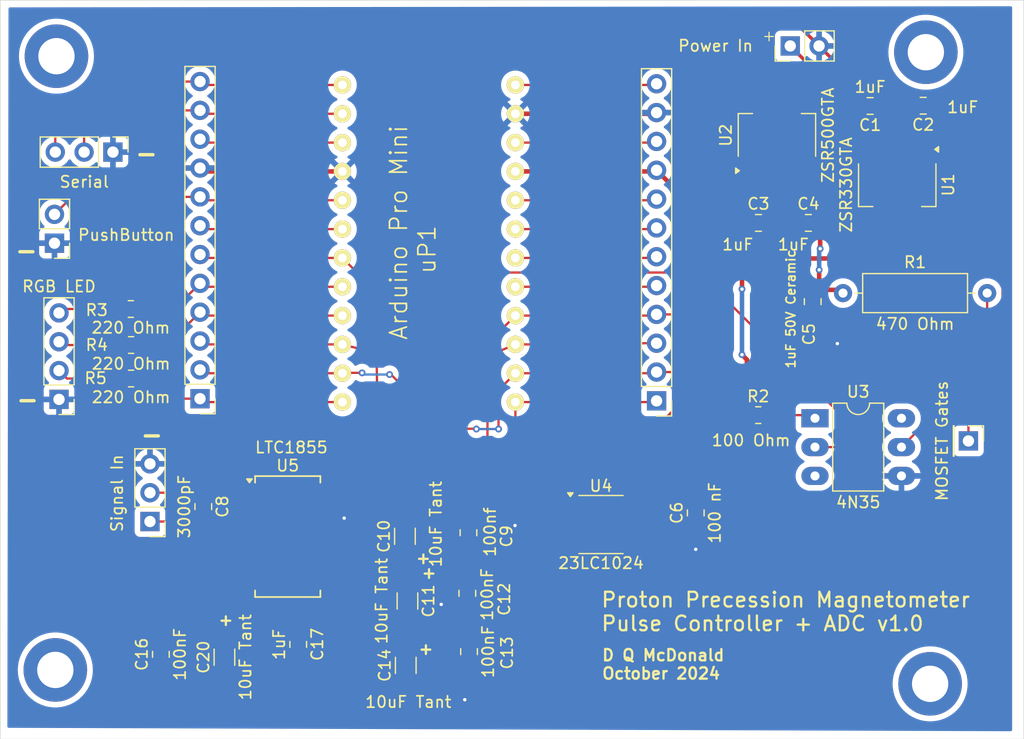
<source format=kicad_pcb>
(kicad_pcb (version 20240108) (generator "pcbnew") (generator_version "8.0")
  (title_block (title "PPM Pulse Controller") (date "2024-10-11") (rev "1.0") (company "D. Q. McDonald"))
  (layers (0 "F.Cu" signal) (31 "B.Cu" signal) (34 "B.Paste" user) (35 "F.Paste" user) (36 "B.SilkS" user "B.Silkscreen") (37 "F.SilkS" user "F.Silkscreen") (38 "B.Mask" user) (39 "F.Mask" user) (44 "Edge.Cuts" user))
  (net 0 "")
  (net 1 "+12V")
  (net 2 "+3.3V")
  (net 3 "+5V")
  (net 4 "SerialRX")
  (net 5 "SerialTX")
  (net 6 "Net-(J2-Pin_3)")
  (net 7 "Net-(J2-Pin_4)")
  (net 8 "Net-(J2-Pin_2)")
  (net 9 "D8")
  (net 10 "D9")
  (net 11 "D6")
  (net 12 "D3")
  (net 13 "D2")
  (net 14 "RESET2")
  (net 15 "D7")
  (net 16 "D5")
  (net 17 "D4")
  (net 18 "MISO")
  (net 19 "D13")
  (net 20 "D10")
  (net 21 "A3")
  (net 22 "A2")
  (net 23 "MOSI")
  (net 24 "RESET")
  (net 25 "A0")
  (net 26 "A1")
  (net 27 "RAW")
  (net 28 "Net-(J5-Pin_1)")
  (net 29 "Net-(R2-Pad2)")
  (net 32 "AGND")
  (net 33 "Net-(J6-Pin_2)")
  (net 34 "Net-(J6-Pin_1)")
  (net 35 "Net-(U5-REFCOMP)")
  (net 36 "Net-(U5-V_{ref})")
  (net 37 "Net-(U5-ADC^{+})")
  (net 38 "Net-(U5-ADC^{-})")
  (footprint "Package_SO:SSOP-28_5.3x10.2mm_P0.65mm" (layer "F.Cu") (at 142.975 99.7)
    (property "Reference" "U5")
    (property "Value" "LTC1855")
  )
  (footprint "Package_DIP:DIP-6_W7.62mm_LongPads" (layer "F.Cu") (at 189.43 89.27625)
    (property "Reference" "U3")
    (property "Value" "4N35")
  )
  (footprint "Connector_PinHeader_2.54mm:PinHeader_1x01_P2.54mm_Vertical" (layer "F.Cu") (at 202.95 91.275 -90)
    (property "Reference" "J5" (hide yes))
    (property "Value" "MOSFET Gates")
  )
  (footprint "Connector_PinHeader_2.54mm:PinHeader_1x02_P2.54mm_Vertical" (layer "F.Cu") (at 122.425 73.85 180)
    (property "Reference" "P2" (hide yes))
    (property "Value" "PushButton")
  )
  (footprint "Capacitor_SMD:C_1206_3216Metric_Pad1.33x1.80mm_HandSolder" (layer "F.Cu") (at 137.4 110.325 90)
    (property "Reference" "C20")
    (property "Value" "10uF Tant")
  )
  (footprint "Connector_PinHeader_2.54mm:PinHeader_1x12_P2.54mm_Vertical" (layer "F.Cu") (at 175.4731 87.7456 180)
    (property "Reference" "J4" (hide yes))
    (property "Value" "Arduino Out 2" (hide yes))
  )
  (footprint "Package_TO_SOT_SMD:SOT-223" (layer "F.Cu") (at 186.0775 64.33875 90)
    (property "Reference" "U2")
    (property "Value" "ZSR500GTA")
  )
  (footprint "Capacitor_SMD:C_0805_2012Metric_Pad1.18x1.45mm_HandSolder" (layer "F.Cu") (at 184.45 72.06375)
    (property "Reference" "C3")
    (property "Value" "1uF")
  )
  (footprint "Package_SO:SOIC-8_3.9x4.9mm_P1.27mm" (layer "F.Cu") (at 170.575 98.64)
    (property "Reference" "U4")
    (property "Value" "23LC1024")
  )
  (footprint "Connector_PinHeader_2.54mm:PinHeader_1x12_P2.54mm_Vertical" (layer "F.Cu") (at 135.2481 87.5506 180)
    (property "Reference" "J3" (hide yes))
    (property "Value" "Arduino Out 1" (hide yes))
  )
  (footprint "Connector_PinHeader_2.54mm:PinHeader_1x03_P2.54mm_Vertical" (layer "F.Cu") (at 127.575 65.825 -90)
    (property "Reference" "J1" (hide yes))
    (property "Value" "Serial")
  )
  (footprint "Resistor_SMD:R_0805_2012Metric_Pad1.20x1.40mm_HandSolder" (layer "F.Cu") (at 184.43 89.00125)
    (property "Reference" "R2")
    (property "Value" "100 Ohm")
  )
  (footprint "Capacitor_SMD:C_0805_2012Metric_Pad1.18x1.45mm_HandSolder" (layer "F.Cu") (at 188.85 72.06375)
    (property "Reference" "C4")
    (property "Value" "1uF")
  )
  (footprint "Resistor_THT:R_Axial_DIN0309_L9.0mm_D3.2mm_P12.70mm_Horizontal" (layer "F.Cu") (at 191.9 78.25)
    (property "Reference" "R1")
    (property "Value" "470 Ohm")
  )
  (footprint "Capacitor_SMD:C_0805_2012Metric_Pad1.18x1.45mm_HandSolder" (layer "F.Cu") (at 178.925 97.6125 90)
    (property "Reference" "C6")
    (property "Value" "100 nF")
  )
  (footprint "MountingHole:MountingHole_3.2mm_M3_DIN965_Pad" (layer "F.Cu") (at 122.6 57.375)
    (property "Reference" "1" (hide yes))
    (property "Value" "1" (hide yes))
  )
  (footprint "Capacitor_SMD:C_0805_2012Metric_Pad1.18x1.45mm_HandSolder" (layer "F.Cu") (at 135.53875 97.06 -90)
    (property "Reference" "C8")
    (property "Value" "3000pF")
  )
  (footprint "MountingHole:MountingHole_3.2mm_M3_DIN965_Pad" (layer "F.Cu") (at 199.575 112.675)
    (property "Reference" "3" (hide yes))
    (property "Value" "3" (hide yes))
  )
  (footprint "Capacitor_SMD:C_0805_2012Metric_Pad1.18x1.45mm_HandSolder" (layer "F.Cu") (at 194.2875 61.76375 180)
    (property "Reference" "C1")
    (property "Value" "1uF")
  )
  (footprint "DQM_kicad_new:ArduProMini" (layer "F.Cu") (at 145.255 53.56)
    (property "Reference" "uP1")
    (property "Value" "Arduino Pro Mini")
  )
  (footprint "Connector_PinHeader_2.54mm:PinHeader_1x03_P2.54mm_Vertical" (layer "F.Cu") (at 130.83875 98.375 180)
    (property "Reference" "J6" (hide yes))
    (property "Value" "Signal In")
  )
  (footprint "Capacitor_SMD:C_1206_3216Metric_Pad1.33x1.80mm_HandSolder" (layer "F.Cu") (at 153.375 111.05 90)
    (property "Reference" "C14")
    (property "Value" "10uF Tant")
  )
  (footprint "Resistor_SMD:R_0805_2012Metric_Pad1.20x1.40mm_HandSolder" (layer "F.Cu") (at 129.175 85.775)
    (property "Reference" "R5")
    (property "Value" "220 Ohm")
  )
  (footprint "MountingHole:MountingHole_3.2mm_M3_DIN965_Pad" (layer "F.Cu") (at 199.2 57.025)
    (property "Reference" "REF**" (hide yes))
    (property "Value" "MountingHole_3.2mm_M3_DIN965_Pad" (hide yes))
  )
  (footprint "MountingHole:MountingHole_3.2mm_M3_DIN965_Pad" (layer "F.Cu") (at 122.5 111.45)
    (property "Reference" "2" (hide yes))
    (property "Value" "1" (hide yes))
  )
  (footprint "Capacitor_SMD:C_0805_2012Metric_Pad1.18x1.45mm_HandSolder" (layer "F.Cu") (at 158.95 109.8375 90)
    (property "Reference" "C13")
    (property "Value" "100nF")
  )
  (footprint "Capacitor_SMD:C_1206_3216Metric_Pad1.33x1.80mm_HandSolder" (layer "F.Cu") (at 153.3 99.675 90)
    (property "Reference" "C10")
    (property "Value" "10uF Tant")
  )
  (footprint "Connector_PinHeader_2.54mm:PinHeader_1x02_P2.54mm_Vertical" (layer "F.Cu") (at 187.25 56.475 90)
    (property "Reference" "P1" (hide yes))
    (property "Value" "Power In")
  )
  (footprint "Capacitor_SMD:C_0805_2012Metric_Pad1.18x1.45mm_HandSolder" (layer "F.Cu") (at 158.8 104.7 -90)
    (property "Reference" "C12")
    (property "Value" "100nF")
  )
  (footprint "Capacitor_SMD:C_0805_2012Metric_Pad1.18x1.45mm_HandSolder" (layer "F.Cu") (at 158.9 99.3625 -90)
    (property "Reference" "C9")
    (property "Value" "100nf")
  )
  (footprint "Capacitor_SMD:C_0805_2012Metric_Pad1.18x1.45mm_HandSolder" (layer "F.Cu") (at 198.9625 61.73875 180)
    (property "Reference" "C2")
    (property "Value" "1uF")
  )
  (footprint "Capacitor_SMD:C_0805_2012Metric_Pad1.18x1.45mm_HandSolder" (layer "F.Cu") (at 131.8 110.075 90)
    (property "Reference" "C16")
    (property "Value" "100nF")
  )
  (footprint "Resistor_SMD:R_0805_2012Metric_Pad1.20x1.40mm_HandSolder" (layer "F.Cu") (at 129.15 79.65)
    (property "Reference" "R3")
    (property "Value" "220 Ohm")
  )
  (footprint "Connector_PinHeader_2.54mm:PinHeader_1x04_P2.54mm_Vertical" (layer "F.Cu") (at 122.825 87.615 180)
    (property "Reference" "J2" (hide yes))
    (property "Value" "RGB LED")
  )
  (footprint "Resistor_SMD:R_0805_2012Metric_Pad1.20x1.40mm_HandSolder" (layer "F.Cu") (at 129.175 82.825)
    (property "Reference" "R4")
    (property "Value" "220 Ohm")
  )
  (footprint "Capacitor_SMD:C_0805_2012Metric_Pad1.18x1.45mm_HandSolder" (layer "F.Cu") (at 189.23 79.00125 -90)
    (property "Reference" "C5")
    (property "Value" "1uF 50V Ceramic")
  )
  (footprint "Package_TO_SOT_SMD:SOT-223" (layer "F.Cu") (at 196.6775 68.71375 -90)
    (property "Reference" "U1")
    (property "Value" "ZSR330GTA")
  )
  (footprint "Capacitor_SMD:C_0805_2012Metric_Pad1.18x1.45mm_HandSolder" (layer "F.Cu") (at 143.9 109.2 -90)
    (property "Reference" "C17")
    (property "Value" "1uF")
  )
  (footprint "Capacitor_SMD:C_1206_3216Metric_Pad1.33x1.80mm_HandSolder" (layer "F.Cu") (at 153.525 105.375 -90)
    (property "Reference" "C11")
    (property "Value" "10uF Tant")
  )
  (gr_rect (start 117.65 52.45) (end 207.825 117.55) (stroke (width 0.05)) (fill none) (layer "Edge.Cuts"))
  (gr_text "-" (at 129.4 66.825 0) (layer "F.SilkS") (effects (font (size 1.5 1.5) (thickness 0.3) (bold yes)) (justify left bottom)))
  (gr_text "+" (at 154.675 103.475 0) (layer "F.SilkS") (effects (font (size 1 1) (thickness 0.2) (bold yes)) (justify left bottom)))
  (gr_text "-" (at 118.825 75.375 0) (layer "F.SilkS") (effects (font (size 1.5 1.5) (thickness 0.3) (bold yes)) (justify left bottom)))
  (gr_text "Proton Precession Magnetometer\nPulse Controller + ADC v1.0" (at 170.5 108.125 0) (layer "F.SilkS") (effects (font (size 1.3 1.3) (thickness 0.2) (bold yes)) (justify left bottom)))
  (gr_text "-" (at 118.925 88.5 0) (layer "F.SilkS") (effects (font (size 1.5 1.5) (thickness 0.3) (bold yes)) (justify left bottom)))
  (gr_text "+" (at 184.7 56.15 0) (layer "F.SilkS") (effects (font (size 1 1) (thickness 0.1)) (justify left bottom)))
  (gr_text "-" (at 129.875 91.6 0) (layer "F.SilkS") (effects (font (size 1.5 1.5) (thickness 0.3) (bold yes)) (justify left bottom)))
  (gr_text "+" (at 136.775 107.625 0) (layer "F.SilkS") (effects (font (size 1 1) (thickness 0.2) (bold yes)) (justify left bottom)))
  (gr_text "+" (at 154.175 102.175 0) (layer "F.SilkS") (effects (font (size 1 1) (thickness 0.2) (bold yes)) (justify left bottom)))
  (gr_text "D Q McDonald\nOctober 2024" (at 170.575 112.35 0) (layer "F.SilkS") (effects (font (size 1 1) (thickness 0.2) (bold yes)) (justify left bottom)))
  (gr_text "+" (at 154.4 110.175 0) (layer "F.SilkS") (effects (font (size 1 1) (thickness 0.2) (bold yes)) (justify left bottom)))
  (segment (start 191.5775 71.68875) (end 191.2025 72.06375) (width 0.3) (layer "F.Cu") (net 1))
  (segment (start 194.44 65.50125) (end 194.3775 65.56375) (width 0.4) (layer "F.Cu") (net 1))
  (segment (start 189.8875 71.07625) (end 188.24 69.42875) (width 0.4) (layer "F.Cu") (net 1))
  (segment (start 191.5775 60.8025) (end 192.53875 61.76375) (width 0.3) (layer "F.Cu") (net 1))
  (segment (start 191.61375 77.96375) (end 191.9 78.25) (width 0.4) (layer "F.Cu") (net 1))
  (segment (start 191.5775 60.8025) (end 191.5775 71.68875) (width 0.3) (layer "F.Cu") (net 1))
  (segment (start 189.8 76.2) (end 189.8 77.39375) (width 0.4) (layer "F.Cu") (net 1))
  (segment (start 188.24 69.42875) (end 188.24 67.78875) (width 0.4) (layer "F.Cu") (net 1))
  (segment (start 189.23 77.96375) (end 191.61375 77.96375) (width 0.4) (layer "F.Cu") (net 1))
  (segment (start 189.8875 72.06375) (end 189.8875 71.07625) (width 0.4) (layer "F.Cu") (net 1))
  (segment (start 193.25 64.43625) (end 194.3775 65.56375) (width 0.4) (layer "F.Cu") (net 1))
  (segment (start 189.8 77.39375) (end 189.23 77.96375) (width 0.4) (layer "F.Cu") (net 1))
  (segment (start 187.25 56.475) (end 191.5775 60.8025) (width 0.3) (layer "F.Cu") (net 1))
  (segment (start 191.2025 72.06375) (end 189.8875 72.06375) (width 0.3) (layer "F.Cu") (net 1))
  (segment (start 193.25 61.76375) (end 193.25 64.43625) (width 0.4) (layer "F.Cu") (net 1))
  (segment (start 189.8875 72.06375) (end 189.8875 74.3375) (width 0.4) (layer "F.Cu") (net 1))
  (segment (start 188.54 68.08875) (end 188.24 67.78875) (width 0.4) (layer "F.Cu") (net 1))
  (segment (start 192.53875 61.76375) (end 193.25 61.76375) (width 0.3) (layer "F.Cu") (net 1))
  (via (at 189.8875 74.3375) (size 0.6) (drill 0.3) (layers "F.Cu" "B.Cu") (net 1))
  (via (at 189.8 76.2) (size 0.6) (drill 0.3) (layers "F.Cu" "B.Cu") (net 1))
  (segment (start 189.8 74.425) (end 189.8 76.2) (width 0.4) (layer "B.Cu") (net 1))
  (segment (start 189.8875 74.3375) (end 189.8 74.425) (width 0.4) (layer "B.Cu") (net 1))
  (segment (start 158.9 100.4) (end 163.1 100.4) (width 0.3) (layer "F.Cu") (net 2))
  (segment (start 175.3687 67.53) (end 175.4731 67.4256) (width 0.4) (layer "F.Cu") (net 2))
  (segment (start 183.2475 75.2) (end 196.521314 75.2) (width 0.4) (layer "F.Cu") (net 2))
  (segment (start 174.745 98.005) (end 173.05 98.005) (width 0.3) (layer "F.Cu") (net 2))
  (segment (start 196.521314 75.2) (end 201.925 69.796314) (width 0.4) (layer "F.Cu") (net 2))
  (segment (start 151.9625 101.2375) (end 150.75 100.025) (width 0.3) (layer "F.Cu") (net 2))
  (segment (start 182.99875 74.95125) (end 175.4731 67.4256) (width 0.4) (layer "F.Cu") (net 2))
  (segment (start 178.925 96.575) (end 178.925 95.9) (width 0.3) (layer "F.Cu") (net 2))
  (segment (start 164.825 102.125) (end 174.825 102.125) (width 0.3) (layer "F.Cu") (net 2))
  (segment (start 200 61.73875) (end 200 64.54125) (width 0.4) (layer "F.Cu") (net 2))
  (segment (start 201.925 69.796314) (end 201.925 62.975) (width 0.4) (layer "F.Cu") (net 2))
  (segment (start 182.99875 83.67375) (end 183.43 84.105) (width 0.4) (layer "F.Cu") (net 2))
  (segment (start 150.75 100.025) (end 146.575 100.025) (width 0.3) (layer "F.Cu") (net 2))
  (segment (start 163.1 100.4) (end 164.825 102.125) (width 0.3) (layer "F.Cu") (net 2))
  (segment (start 174.825 100.675) (end 178.925 96.575) (width 0.3) (layer "F.Cu") (net 2))
  (segment (start 183.43 91.395) (end 183.43 89.00125) (width 0.3) (layer "F.Cu") (net 2))
  (segment (start 173.21 96.575) (end 173.05 96.735) (width 0.3) (layer "F.Cu") (net 2))
  (segment (start 200.68875 61.73875) (end 200 61.73875) (width 0.4) (layer "F.Cu") (net 2))
  (segment (start 146.6 100.05) (end 146.575 100.025) (width 0.3) (layer "F.Cu") (net 2))
  (segment (start 200 64.54125) (end 198.9775 65.56375) (width 0.4) (layer "F.Cu") (net 2))
  (segment (start 176.175 96.575) (end 174.745 98.005) (width 0.3) (layer "F.Cu") (net 2))
  (segment (start 178.925 96.575) (end 173.21 96.575) (width 0.3) (layer "F.Cu") (net 2))
  (segment (start 182.99875 74.95125) (end 183.2475 75.2) (width 0.4) (layer "F.Cu") (net 2))
  (segment (start 158.9 100.4) (end 154.1375 100.4) (width 0.3) (layer "F.Cu") (net 2))
  (segment (start 178.925 95.9) (end 183.43 91.395) (width 0.3) (layer "F.Cu") (net 2))
  (segment (start 154.1375 100.4) (end 153.3 101.2375) (width 0.3) (layer "F.Cu") (net 2))
  (segment (start 183.43 84.105) (end 183.43 89.00125) (width 0.4) (layer "F.Cu") (net 2))
  (segment (start 182.99875 74.95125) (end 182.99875 77.9) (width 0.4) (layer "F.Cu") (net 2))
  (segment (start 178.925 96.575) (end 176.175 96.575) (width 0.3) (layer "F.Cu") (net 2))
  (segment (start 201.925 62.975) (end 200.68875 61.73875) (width 0.4) (layer "F.Cu") (net 2))
  (segment (start 153.3 101.2375) (end 151.9625 101.2375) (width 0.3) (layer "F.Cu") (net 2))
  (segment (start 174.825 102.125) (end 174.825 100.675) (width 0.3) (layer "F.Cu") (net 2))
  (segment (start 163.035 67.53) (end 175.3687 67.53) (width 0.4) (layer "F.Cu") (net 2))
  (via (at 182.99875 83.67375) (size 0.6) (drill 0.3) (layers "F.Cu" "B.Cu") (net 2))
  (via (at 182.99875 77.9) (size 0.6) (drill 0.3) (layers "F.Cu" "B.Cu") (net 2))
  (segment (start 182.99875 77.9) (end 182.99875 83.67375) (width 0.4) (layer "B.Cu") (net 2))
  (segment (start 161.7875 103.6625) (end 158.8 103.6625) (width 0.4) (layer "F.Cu") (net 3))
  (segment (start 153.375 109.4875) (end 152.1125 109.4875) (width 0.4) (layer "F.Cu") (net 3))
  (segment (start 153.3625 103.6625) (end 150.375 100.675) (width 0.3) (layer "F.Cu") (net 3))
  (segment (start 183.4125 72.06375) (end 183.4125 68.01625) (width 0.4) (layer "F.Cu") (net 3))
  (segment (start 152.1125 109.4875) (end 150.55 107.925) (width 0.4) (layer "F.Cu") (net 3))
  (segment (start 161.95 108.8) (end 158.95 108.8) (width 0.4) (layer "F.Cu") (net 3))
  (segment (start 203.575 53.425) (end 206.05 55.9) (width 0.4) (layer "F.Cu") (net 3))
  (segment (start 149.8 101.325) (end 146.575 101.325) (width 0.3) (layer "F.Cu") (net 3))
  (segment (start 150.55 106.45) (end 150.55 102.025) (width 0.3) (layer "F.Cu") (net 3))
  (segment (start 166.9 108.775) (end 161.975 108.775) (width 0.4) (layer "F.Cu") (net 3))
  (segment (start 150.55 107.925) (end 150.55 106.45) (width 0.4) (layer "F.Cu") (net 3))
  (segment (start 166.9 108.775) (end 161.7875 103.6625) (width 0.4) (layer "F.Cu") (net 3))
  (segment (start 183.4125 72.06375) (end 182.56375 72.06375) (width 0.4) (layer "F.Cu") (net 3))
  (segment (start 182.25 53.425) (end 203.575 53.425) (width 0.4) (layer "F.Cu") (net 3))
  (segment (start 150.375 100.675) (end 146.575 100.675) (width 0.3) (layer "F.Cu") (net 3))
  (segment (start 182.56375 72.06375) (end 180.225 69.725) (width 0.4) (layer "F.Cu") (net 3))
  (segment (start 153.95 108.8) (end 153.425 109.325) (width 0.3) (layer "F.Cu") (net 3))
  (segment (start 153.3625 103.8125) (end 153.3625 103.6625) (width 0.3) (layer "F.Cu") (net 3))
  (segment (start 153.5125 103.6625) (end 153.325 103.475) (width 0.3) (layer "F.Cu") (net 3))
  (segment (start 183.4125 68.01625) (end 183.64 67.78875) (width 0.4) (layer "F.Cu") (net 3))
  (segment (start 149.825 101.3) (end 149.8 101.325) (width 0.3) (layer "F.Cu") (net 3))
  (segment (start 158.95 108.8) (end 154.0625 108.8) (width 0.4) (layer "F.Cu") (net 3))
  (segment (start 180.25 55.425) (end 182.25 53.425) (width 0.4) (layer "F.Cu") (net 3))
  (segment (start 161.975 108.775) (end 161.95 108.8) (width 0.4) (layer "F.Cu") (net 3))
  (segment (start 150.55 102.025) (end 149.825 101.3) (width 0.3) (layer "F.Cu") (net 3))
  (segment (start 206.05 105.825) (end 203.1 108.775) (width 0.4) (layer "F.Cu") (net 3))
  (segment (start 203.1 108.775) (end 166.9 108.775) (width 0.4) (layer "F.Cu") (net 3))
  (segment (start 180.225 69.725) (end 180.225 55.425) (width 0.4) (layer "F.Cu") (net 3))
  (segment (start 154.0625 108.8) (end 153.375 109.4875) (width 0.4) (layer "F.Cu") (net 3))
  (segment (start 180.225 55.425) (end 180.25 55.425) (width 0.4) (layer "F.Cu") (net 3))
  (segment (start 158.8 103.6625) (end 153.5125 103.6625) (width 0.3) (layer "F.Cu") (net 3))
  (segment (start 153.525 103.8125) (end 153.3625 103.8125) (width 0.3) (layer "F.Cu") (net 3))
  (segment (start 206.05 55.9) (end 206.05 105.825) (width 0.4) (layer "F.Cu") (net 3))
  (segment (start 125.035 65.825) (end 125.035 62.64) (width 0.2) (layer "F.Cu") (net 4))
  (segment (start 135.5475 62.45) (end 135.2481 62.1506) (width 0.2) (layer "F.Cu") (net 4))
  (segment (start 125.035 62.64) (end 125.5244 62.1506) (width 0.2) (layer "F.Cu") (net 4))
  (segment (start 125.5244 62.1506) (end 135.2481 62.1506) (width 0.2) (layer "F.Cu") (net 4))
  (segment (start 134.7737 62.625) (end 135.2481 62.1506) (width 0.2) (layer "F.Cu") (net 4))
  (segment (start 147.795 62.45) (end 135.5475 62.45) (width 0.2) (layer "F.Cu") (net 4))
  (segment (start 126.8144 59.6106) (end 122.495 63.93) (width 0.2) (layer "F.Cu") (net 5))
  (segment (start 135.5475 59.91) (end 135.2481 59.6106) (width 0.2) (layer "F.Cu") (net 5))
  (segment (start 147.795 59.91) (end 135.5475 59.91) (width 0.2) (layer "F.Cu") (net 5))
  (segment (start 135.2481 59.6106) (end 126.8144 59.6106) (width 0.2) (layer "F.Cu") (net 5))
  (segment (start 122.495 63.93) (end 122.495 65.825) (width 0.2) (layer "F.Cu") (net 5))
  (segment (start 123.115 82.825) (end 122.825 82.535) (width 0.2) (layer "F.Cu") (net 6))
  (segment (start 128.175 82.825) (end 123.115 82.825) (width 0.2) (layer "F.Cu") (net 6))
  (segment (start 123.17 79.65) (end 122.825 79.995) (width 0.2) (layer "F.Cu") (net 7))
  (segment (start 128.15 79.65) (end 123.17 79.65) (width 0.2) (layer "F.Cu") (net 7))
  (segment (start 128.175 85.775) (end 123.525 85.775) (width 0.2) (layer "F.Cu") (net 8))
  (segment (start 123.525 85.775) (end 122.825 85.075) (width 0.2) (layer "F.Cu") (net 8))
  (segment (start 135.5475 85.31) (end 135.2481 85.0106) (width 0.2) (layer "F.Cu") (net 9))
  (segment (start 147.795 85.31) (end 135.5475 85.31) (width 0.2) (layer "F.Cu") (net 9))
  (segment (start 152.075 85.425) (end 151.95 85.425) (width 0.2) (layer "F.Cu") (net 9))
  (segment (start 152.975 86.475) (end 152.975 86.325) (width 0.2) (layer "F.Cu") (net 9))
  (segment (start 147.83 85.275) (end 147.795 85.31) (width 0.2) (layer "F.Cu") (net 9))
  (segment (start 152.975 86.325) (end 152.075 85.425) (width 0.2) (layer "F.Cu") (net 9))
  (segment (start 149.525 85.275) (end 147.83 85.275) (width 0.2) (layer "F.Cu") (net 9))
  (segment (start 146.575 95.475) (end 152.975 89.075) (width 0.2) (layer "F.Cu") (net 9))
  (segment (start 146.575 95.475) (end 146.575 96.125) (width 0.2) (layer "F.Cu") (net 9))
  (segment (start 152.975 89.075) (end 152.975 86.475) (width 0.2) (layer "F.Cu") (net 9))
  (via (at 151.95 85.425) (size 0.6) (drill 0.3) (layers "F.Cu" "B.Cu") (net 9))
  (via (at 149.525 85.275) (size 0.6) (drill 0.3) (layers "F.Cu" "B.Cu") (net 9))
  (segment (start 149.675 85.425) (end 149.525 85.275) (width 0.2) (layer "B.Cu") (net 9))
  (segment (start 151.95 85.425) (end 149.675 85.425) (width 0.2) (layer "B.Cu") (net 9))
  (segment (start 147.795 87.85) (end 135.5475 87.85) (width 0.2) (layer "F.Cu") (net 10))
  (segment (start 135.5475 87.85) (end 135.2481 87.5506) (width 0.2) (layer "F.Cu") (net 10))
  (segment (start 131.9506 87.5506) (end 130.175 85.775) (width 0.2) (layer "F.Cu") (net 10))
  (segment (start 135.2481 87.5506) (end 131.9506 87.5506) (width 0.2) (layer "F.Cu") (net 10))
  (segment (start 135.5475 80.23) (end 135.2481 79.9306) (width 0.2) (layer "F.Cu") (net 11))
  (segment (start 132.3537 82.825) (end 130.175 82.825) (width 0.2) (layer "F.Cu") (net 11))
  (segment (start 147.795 80.23) (end 135.5475 80.23) (width 0.2) (layer "F.Cu") (net 11))
  (segment (start 135.2481 79.9306) (end 132.3537 82.825) (width 0.2) (layer "F.Cu") (net 11))
  (segment (start 147.795 72.61) (end 135.5475 72.61) (width 0.2) (layer "F.Cu") (net 12))
  (segment (start 135.5475 72.61) (end 135.2481 72.3106) (width 0.2) (layer "F.Cu") (net 12))
  (segment (start 135.2481 69.7706) (end 123.9644 69.7706) (width 0.2) (layer "F.Cu") (net 13))
  (segment (start 135.5475 70.07) (end 135.2481 69.7706) (width 0.2) (layer "F.Cu") (net 13))
  (segment (start 123.9644 69.7706) (end 122.425 71.31) (width 0.2) (layer "F.Cu") (net 13))
  (segment (start 147.795 70.07) (end 135.5475 70.07) (width 0.2) (layer "F.Cu") (net 13))
  (segment (start 135.5475 64.99) (end 135.2481 64.6906) (width 0.2) (layer "F.Cu") (net 14))
  (segment (start 147.795 64.99) (end 135.5475 64.99) (width 0.2) (layer "F.Cu") (net 14))
  (segment (start 150.875 88.125) (end 150.8 83.55) (width 0.2) (layer "F.Cu") (net 15))
  (segment (start 147.795 82.77) (end 135.5475 82.77) (width 0.2) (layer "F.Cu") (net 15))
  (segment (start 146.575 99.375) (end 145 99.375) (width 0.2) (layer "F.Cu") (net 15))
  (segment (start 144.575 94.425) (end 150.875 88.125) (width 0.2) (layer "F.Cu") (net 15))
  (segment (start 150.8 83.55) (end 147.795 82.77) (width 0.2) (layer "F.Cu") (net 15))
  (segment (start 135.5475 82.77) (end 135.2481 82.4706) (width 0.2) (layer "F.Cu") (net 15))
  (segment (start 145 99.375) (end 144.575 98.95) (width 0.2) (layer "F.Cu") (net 15))
  (segment (start 144.575 98.95) (end 144.575 94.425) (width 0.2) (layer "F.Cu") (net 15))
  (segment (start 135.2481 77.3906) (end 132.9887 79.65) (width 0.2) (layer "F.Cu") (net 16))
  (segment (start 147.795 77.69) (end 135.5475 77.69) (width 0.2) (layer "F.Cu") (net 16))
  (segment (start 132.9887 79.65) (end 130.15 79.65) (width 0.2) (layer "F.Cu") (net 16))
  (segment (start 135.5475 77.69) (end 135.2481 77.3906) (width 0.2) (layer "F.Cu") (net 16))
  (segment (start 189.43 91.81625) (end 192.00875 91.81625) (width 0.2) (layer "F.Cu") (net 17))
  (segment (start 179.18935 76.4356) (end 149.0806 76.4356) (width 0.2) (layer "F.Cu") (net 17))
  (segment (start 191.975 91.7825) (end 191.975 89.22125) (width 0.2) (layer "F.Cu") (net 17))
  (segment (start 147.795 75.15) (end 134.712 75.15) (width 0.2) (layer "F.Cu") (net 17))
  (segment (start 149.0806 76.4356) (end 147.795 75.15) (width 0.2) (layer "F.Cu") (net 17))
  (segment (start 191.975 89.22125) (end 179.18935 76.4356) (width 0.2) (layer "F.Cu") (net 17))
  (segment (start 192.00875 91.81625) (end 191.975 91.7825) (width 0.2) (layer "F.Cu") (net 17))
  (segment (start 160.575 93.85) (end 165.055 98.005) (width 0.2) (layer "F.Cu") (net 18))
  (segment (start 148.225 98.725) (end 148.225 98.648529) (width 0.2) (layer "F.Cu") (net 18))
  (segment (start 174.0644 82.6656) (end 175.4731 82.6656) (width 0.2) (layer "F.Cu") (net 18))
  (segment (start 165.055 98.005) (end 168.1 98.005) (width 0.2) (layer "F.Cu") (net 18))
  (segment (start 160.575 83.8) (end 160.575 93.85) (width 0.2) (layer "F.Cu") (net 18))
  (segment (start 146.575 98.725) (end 148.225 98.725) (width 0.2) (layer "F.Cu") (net 18))
  (segment (start 173.96 82.77) (end 174.0644 82.6656) (width 0.2) (layer "F.Cu") (net 18))
  (segment (start 163.035 82.77) (end 160.575 83.8) (width 0.2) (layer "F.Cu") (net 18))
  (segment (start 163.035 82.77) (end 173.96 82.77) (width 0.2) (layer "F.Cu") (net 18))
  (segment (start 148.225 98.648529) (end 153.023529 93.85) (width 0.2) (layer "F.Cu") (net 18))
  (segment (start 153.023529 93.85) (end 160.575 93.85) (width 0.2) (layer "F.Cu") (net 18))
  (segment (start 175.3687 80.23) (end 175.4731 80.1256) (width 0.2) (layer "F.Cu") (net 19))
  (segment (start 171.475 95.35) (end 171.475 98.674999) (width 0.2) (layer "F.Cu") (net 19))
  (segment (start 163.035 80.23) (end 149.45 93.815) (width 0.2) (layer "F.Cu") (net 19))
  (segment (start 171.475 98.674999) (end 172.075001 99.275) (width 0.2) (layer "F.Cu") (net 19))
  (segment (start 179.3 94.2) (end 172.625 94.2) (width 0.2) (layer "F.Cu") (net 19))
  (segment (start 172.625 94.2) (end 171.475 95.35) (width 0.2) (layer "F.Cu") (net 19))
  (segment (start 148.075 96.775) (end 146.575 96.775) (width 0.2) (layer "F.Cu") (net 19))
  (segment (start 149.45 95.4) (end 148.075 96.775) (width 0.2) (layer "F.Cu") (net 19))
  (segment (start 175.4731 80.1256) (end 177.8256 80.1256) (width 0.2) (layer "F.Cu") (net 19))
  (segment (start 179.3 81.6) (end 179.3 94.2) (width 0.2) (layer "F.Cu") (net 19))
  (segment (start 177.8256 80.1256) (end 179.3 81.6) (width 0.2) (layer "F.Cu") (net 19))
  (segment (start 163.035 80.23) (end 175.3687 80.23) (width 0.2) (layer "F.Cu") (net 19))
  (segment (start 149.45 93.815) (end 149.45 95.4) (width 0.2) (layer "F.Cu") (net 19))
  (segment (start 172.075001 99.275) (end 173.05 99.275) (width 0.2) (layer "F.Cu") (net 19))
  (segment (start 163.035 93.46) (end 166.31 96.735) (width 0.2) (layer "F.Cu") (net 20))
  (segment (start 163.035 87.85) (end 175.3687 87.85) (width 0.2) (layer "F.Cu") (net 20))
  (segment (start 166.31 96.735) (end 168.1 96.735) (width 0.2) (layer "F.Cu") (net 20))
  (segment (start 163.035 87.85) (end 163.035 93.46) (width 0.2) (layer "F.Cu") (net 20))
  (segment (start 175.3687 87.85) (end 175.4731 87.7456) (width 0.2) (layer "F.Cu") (net 20))
  (segment (start 175.3687 70.07) (end 175.4731 69.9656) (width 0.2) (layer "F.Cu") (net 21))
  (segment (start 163.035 70.07) (end 175.3687 70.07) (width 0.2) (layer "F.Cu") (net 21))
  (segment (start 163.035 72.61) (end 175.3687 72.61) (width 0.2) (layer "F.Cu") (net 22))
  (segment (start 175.3687 72.61) (end 175.4731 72.5056) (width 0.2) (layer "F.Cu") (net 22))
  (segment (start 163.035 85.31) (end 175.3687 85.31) (width 0.2) (layer "F.Cu") (net 23))
  (segment (start 155.605 90.2) (end 159.6 90.2) (width 0.2) (layer "F.Cu") (net 23))
  (segment (start 175.4731 85.2056) (end 177.1556 85.2056) (width 0.2) (layer "F.Cu") (net 23))
  (segment (start 146.575 97.425) (end 148.38 97.425) (width 0.2) (layer "F.Cu") (net 23))
  (segment (start 148.38 97.425) (end 155.605 90.2) (width 0.2) (layer "F.Cu") (net 23))
  (segment (start 177.1556 85.2056) (end 177.675 85.725) (width 0.2) (layer "F.Cu") (net 23))
  (segment (start 170.475 95.0437) (end 170.475 98.944999) (width 0.2) (layer "F.Cu") (net 23))
  (segment (start 161.55 90.225) (end 161.55 86.795) (width 0.2) (layer "F.Cu") (net 23))
  (segment (start 170.475 98.944999) (end 172.075001 100.545) (width 0.2) (layer "F.Cu") (net 23))
  (segment (start 159.6 90.2) (end 159.6 90.225) (width 0.2) (layer "F.Cu") (net 23))
  (segment (start 177.675 85.725) (end 177.675 87.8437) (width 0.2) (layer "F.Cu") (net 23))
  (segment (start 172.075001 100.545) (end 173.05 100.545) (width 0.2) (layer "F.Cu") (net 23))
  (segment (start 175.3687 85.31) (end 175.4731 85.2056) (width 0.2) (layer "F.Cu") (net 23))
  (segment (start 177.675 87.8437) (end 170.475 95.0437) (width 0.2) (layer "F.Cu") (net 23))
  (segment (start 161.55 86.795) (end 163.035 85.31) (width 0.2) (layer "F.Cu") (net 23))
  (via (at 159.6 90.225) (size 0.6) (drill 0.3) (layers "F.Cu" "B.Cu") (net 23))
  (via (at 161.55 90.225) (size 0.6) (drill 0.3) (layers "F.Cu" "B.Cu") (net 23))
  (segment (start 159.6 90.225) (end 161.55 90.225) (width 0.2) (layer "B.Cu") (net 23))
  (segment (start 175.3687 64.99) (end 175.4731 64.8856) (width 0.2) (layer "F.Cu") (net 24))
  (segment (start 163.035 64.99) (end 175.3687 64.99) (width 0.2) (layer "F.Cu") (net 24))
  (segment (start 175.3687 77.69) (end 175.4731 77.5856) (width 0.2) (layer "F.Cu") (net 25))
  (segment (start 163.035 77.69) (end 175.3687 77.69) (width 0.2) (layer "F.Cu") (net 25))
  (segment (start 175.3687 75.15) (end 175.4731 75.0456) (width 0.2) (layer "F.Cu") (net 26))
  (segment (start 163.035 75.15) (end 175.3687 75.15) (width 0.2) (layer "F.Cu") (net 26))
  (segment (start 163.035 59.91) (end 175.3687 59.91) (width 0.2) (layer "F.Cu") (net 27))
  (segment (start 175.3687 59.91) (end 175.4731 59.8056) (width 0.2) (layer "F.Cu") (net 27))
  (segment (start 202.95 91.275) (end 202.95 85.91625) (width 0.2) (layer "F.Cu") (net 28))
  (segment (start 204.6 84.26625) (end 203.808125 85.058125) (width 0.2) (layer "F.Cu") (net 28))
  (segment (start 204.6 78.25) (end 204.6 84.26625) (width 0.2) (layer "F.Cu") (net 28))
  (segment (start 203.808125 85.058125) (end 197.05 91.81625) (width 0.2) (layer "F.Cu") (net 28))
  (segment (start 202.95 85.91625) (end 203.808125 85.058125) (width 0.2) (layer "F.Cu") (net 28))
  (segment (start 189.155 89.00125) (end 189.43 89.27625) (width 0.2) (layer "F.Cu") (net 29))
  (segment (start 185.43 89.00125) (end 189.155 89.00125) (width 0.2) (layer "F.Cu") (net 29))
  (segment (start 175.3687 62.45) (end 175.4731 62.3456) (width 0.4) (layer "F.Cu") (net 32))
  (segment (start 189.79 56.475) (end 188.04 54.725) (width 0.3) (layer "F.Cu") (net 32))
  (segment (start 157.225 106.9375) (end 157.6 106.9375) (width 0.3) (layer "F.Cu") (net 32))
  (segment (start 139.375 95.475) (end 140.525 95.475) (width 0.2) (layer "F.Cu") (net 32))
  (segment (start 137.975 98.15) (end 137.975 97.775) (width 0.2) (layer "F.Cu") (net 32))
  (segment (start 186.0775 61.18875) (end 186.0775 67.48875) (width 0.4) (layer "F.Cu") (net 32))
  (segment (start 145.8625 110.2375) (end 148.4 107.7) (width 0.3) (layer "F.Cu") (net 32))
  (segment (start 163.035 62.45) (end 175.3687 62.45) (width 0.4) (layer "F.Cu") (net 32))
  (segment (start 168.1 99.275) (end 168.1 100.545) (width 0.3) (layer "F.Cu") (net 32))
  (segment (start 129.6 108.75) (end 129.6 108.9125) (width 0.2) (layer "F.Cu") (net 32))
  (segment (start 153.525 106.9375) (end 157.225 106.9375) (width 0.3) (layer "F.Cu") (net 32))
  (segment (start 138.025 100.025) (end 139.375 100.025) (width 0.2) (layer "F.Cu") (net 32))
  (segment (start 138.2 98.075) (end 139.375 98.075) (width 0.2) (layer "F.Cu") (net 32))
  (segment (start 189.23 80.655) (end 191.275 82.7) (width 0.3) (layer "F.Cu") (net 32))
  (segment (start 157.225 106.9375) (end 157.225 106.4) (width 0.3) (layer "F.Cu") (net 32))
  (segment (start 157.3125 112.5125) (end 157.2125 112.6125) (width 0.3) (layer "F.Cu") (net 32))
  (segment (start 122.825 87.615) (end 122.825 104.25) (width 0.3) (layer "F.Cu") (net 32))
  (segment (start 195.325 61.76375) (end 197.9 61.76375) (width 0.4) (layer "F.Cu") (net 32))
  (segment (start 147.795 67.53) (end 135.5475 67.53) (width 0.4) (layer "F.Cu") (net 32))
  (segment (start 137.975 98.15) (end 138.125 98.15) (width 0.2) (layer "F.Cu") (net 32))
  (segment (start 146.575 101.975) (end 146.575 102.625) (width 0.3) (layer "F.Cu") (net 32))
  (segment (start 197.925 61.73875) (end 197.925 64.31625) (width 0.4) (layer "F.Cu") (net 32))
  (segment (start 163.65 99.275) (end 168.1 99.275) (width 0.3) (layer "F.Cu") (net 32))
  (segment (start 157.2125 112.7125) (end 158.575 114.075) (width 0.3) (layer "F.Cu") (net 32))
  (segment (start 158.95 110.875) (end 157.3125 112.5125) (width 0.3) (layer "F.Cu") (net 32))
  (segment (start 185.49 71.96375) (end 185.49 68.23875) (width 0.4) (layer "F.Cu") (net 32))
  (segment (start 157.6 106.9375) (end 158.8 105.7375) (width 0.3) (layer "F.Cu") (net 32))
  (segment (start 137.975 98.775) (end 137.975 98.15) (width 0.2) (layer "F.Cu") (net 32))
  (segment (start 187.8125 72.06375) (end 185.4875 72.06375) (width 0.4) (layer "F.Cu") (net 32))
  (segment (start 138.125 98.15) (end 138.2 98.075) (width 0.2) (layer "F.Cu") (net 32))
  (segment (start 122.825 104.25) (end 127.325 108.75) (width 0.3) (layer "F.Cu") (net 32))
  (segment (start 153.5125 98.325) (end 153.3 98.1125) (width 0.3) (layer "F.Cu") (net 32))
  (segment (start 158.9 98.325) (end 153.5125 98.325) (width 0.3) (layer "F.Cu") (net 32))
  (segment (start 139.375 100.675) (end 137.975 100.675) (width 0.2) (layer "F.Cu") (net 32))
  (segment (start 138.025 98.725) (end 139.375 98.725) (width 0.2) (layer "F.Cu") (net 32))
  (segment (start 184.85 54.725) (end 184.85 59.96125) (width 0.3) (layer "F.Cu") (net 32))
  (segment (start 140.35 103.925) (end 139.375 103.925) (width 0.2) (layer "F.Cu") (net 32))
  (segment (start 127.325 108.75) (end 129.6 108.75) (width 0.3) (layer "F.Cu") (net 32))
  (segment (start 158.8 105.7375) (end 159.5875 105.7375) (width 0.3) (layer "F.Cu") (net 32))
  (segment (start 162.6 98.325) (end 163 98.725) (width 0.3) (layer "F.Cu") (net 32))
  (segment (start 189.79 56.475) (end 195.07875 61.76375) (width 0.3) (layer "F.Cu") (net 32))
  (segment (start 137.975 97.775) (end 138.325 97.425) (width 0.2) (layer "F.Cu") (net 32))
  (segment (start 129.6 108.625) (end 129.6 108.75) (width 0.2) (layer "F.Cu") (net 32))
  (segment (start 135.92 93.295) (end 130.83875 93.295) (width 0.2) (layer "F.Cu") (net 32))
  (segment (start 137.975 99.425) (end 138.025 99.375) (width 0.2) (layer "F.Cu") (net 32))
  (segment (start 185.49 68.23875) (end 185.94 67.78875) (width 0.4) (layer "F.Cu") (net 32))
  (segment (start 138.1 95.475) (end 135.92 93.295) (width 0.2) (layer "F.Cu") (net 32))
  (segment (start 138.325 97.425) (end 139.375 97.425) (width 0.2) (layer "F.Cu") (net 32))
  (segment (start 197.925 64.31625) (end 196.6775 65.56375) (width 0.4) (layer "F.Cu") (net 32))
  (segment (start 137.975 100.45) (end 137.975 99.975) (width 0.2) (layer "F.Cu") (net 32))
  (segment (start 146.575 98.075) (end 147.95 98.075) (width 0.3) (layer "F.Cu") (net 32))
  (segment (start 188.04 54.725) (end 184.85 54.725) (width 0.3) (layer "F.Cu") (net 32))
  (segment (start 139.05 110.2375) (end 137.4 111.8875) (width 0.3) (layer "F.Cu") (net 32))
  (segment (start 153.3 98.1125) (end 153.0625 98.1125) (width 0.3) (layer "F.Cu") (net 32))
  (segment (start 158.9 98.325) (end 162.6 98.325) (width 0.3) (layer "F.Cu") (net 32))
  (segment (start 139.375 95.475) (end 138.1 95.475) (width 0.2) (layer "F.Cu") (net 32))
  (segment (start 138.025 99.375) (end 139.375 99.375) (width 0.2) (layer "F.Cu") (net 32))
  (segment (start 137.975 100.675) (end 137.975 100.45) (width 0.2) (layer "F.Cu") (net 32))
  (segment (start 195.07875 61.76375) (end 195.325 61.76375) (width 0.3) (layer "F.Cu") (net 32))
  (segment (start 137.4 111.8875) (end 132.575 111.8875) (width 0.3) (layer "F.Cu") (net 32))
  (segment (start 139.315 95.535) (end 139.375 95.475) (width 0.2) (layer "F.Cu") (net 32))
  (segment (start 145.8625 110.2375) (end 143.9 110.2375) (width 0.3) (layer "F.Cu") (net 32))
  (segment (start 148.4 107.7) (end 148.4 103.45) (width 0.3) (layer "F.Cu") (net 32))
  (segment (start 140.525 95.475) (end 141.75 95.875) (width 0.2) (layer "F.Cu") (net 32))
  (segment (start 141.725 103.5) (end 140.35 103.925) (width 0.2) (layer "F.Cu") (net 32))
  (segment (start 137.975 99.425) (end 137.975 98.775) (width 0.2) (layer "F.Cu") (net 32))
  (segment (start 148.4 103.45) (end 147.575 102.625) (width 0.3) (layer "F.Cu") (net 32))
  (segment (start 137.975 98.775) (end 138.025 98.725) (width 0.2) (layer "F.Cu") (net 32))
  (segment (start 184.85 59.96125) (end 186.0775 61.18875) (width 0.3) (layer "F.Cu") (net 32))
  (segment (start 189.23 80.03875) (end 189.23 80.655) (width 0.3) (layer "F.Cu") (net 32))
  (segment (start 141.75 95.875) (end 141.725 103.5) (width 0.2) (layer "F.Cu") (net 32))
  (segment (start 137.975 99.975) (end 138.025 100.025) (width 0.2) (layer "F.Cu") (net 32))
  (segment (start 163 98.725) (end 163.1 98.725) (width 0.3) (layer "F.Cu") (net 32))
  (segment (start 129.6 108.9125) (end 131.8 111.1125) (width 0.2) (layer "F.Cu") (net 32))
  (segment (start 137.725 100.5) (end 138.075 100.5) (width 0.2) (layer "F.Cu") (net 32))
  (segment (start 135.5475 67.53) (end 135.2481 67.2306) (width 0.4) (layer "F.Cu") (net 32))
  (segment (start 163.1 98.725) (end 163.65 99.275) (width 0.3) (layer "F.Cu") (net 32))
  (segment (start 157.2125 112.6125) (end 157.2125 112.7125) (width 0.3) (layer "F.Cu") (net 32))
  (segment (start 143.9 110.2375) (end 139.05 110.2375) (width 0.3) (layer "F.Cu") (net 32))
  (segment (start 178.925 98.65) (end 178.925 100.825) (width 0.3) (layer "F.Cu") (net 32))
  (segment (start 132.575 111.8875) (end 131.8 111.1125) (width 0.3) (layer "F.Cu") (net 32))
  (segment (start 191.275 82.7) (end 191.4 82.7) (width 0.3) (layer "F.Cu") (net 32))
  (segment (start 147.575 102.625) (end 146.575 102.625) (width 0.3) (layer "F.Cu") (net 32))
  (segment (start 137.975 99.975) (end 137.975 99.425) (width 0.2) (layer "F.Cu") (net 32))
  (segment (start 196.6775 71.86375) (end 196.6775 65.56375) (width 0.4) (layer "F.Cu") (net 32))
  (segment (start 135.75 102.475) (end 135.6875 102.5375) (width 0.2) (layer "F.Cu") (net 32))
  (segment (start 135.6875 102.5375) (end 135.875 102.35) (width 0.2) (layer "F.Cu") (net 32))
  (segment (start 197.9 61.76375) (end 197.925 61.73875) (width 0.4) (layer "F.Cu") (net 32))
  (segment (start 135.875 102.35) (end 137.725 100.5) (width 0.2) (layer "F.Cu") (net 32))
  (segment (start 157.2125 112.6125) (end 153.375 112.6125) (width 0.3) (layer "F.Cu") (net 32))
  (segment (start 135.6875 102.5375) (end 129.6 108.625) (width 0.2) (layer "F.Cu") (net 32))
  (segment (start 157.225 106.4) (end 156.5 105.675) (width 0.3) (layer "F.Cu") (net 32))
  (via (at 178.925 100.825) (size 0.6) (drill 0.3) (layers "F.Cu" "B.Cu") (net 32))
  (via (at 156.5 105.675) (size 0.6) (drill 0.3) (layers "F.Cu" "B.Cu") (net 32))
  (via (at 147.95 98.075) (size 0.6) (drill 0.3) (layers "F.Cu" "B.Cu") (net 32))
  (via (at 191.4 82.7) (size 0.6) (drill 0.3) (layers "F.Cu" "B.Cu") (net 32))
  (via (at 158.575 114.075) (size 0.6) (drill 0.3) (layers "F.Cu" "B.Cu") (net 32))
  (via (at 163 98.725) (size 0.6) (drill 0.3) (layers "F.Cu" "B.Cu") (net 32))
  (segment (start 135.35125 95.835) (end 135.53875 96.0225) (width 0.2) (layer "F.Cu") (net 33))
  (segment (start 137.8 96.125) (end 139.375 96.125) (width 0.2) (layer "F.Cu") (net 33))
  (segment (start 137.475 96.125) (end 137.8 96.125) (width 0.2) (layer "F.Cu") (net 33))
  (segment (start 137.5475 96.0225) (end 135.53875 96.0225) (width 0.2) (layer "F.Cu") (net 33))
  (segment (start 130.83875 95.835) (end 135.35125 95.835) (width 0.2) (layer "F.Cu") (net 33))
  (segment (start 137.8 96.125) (end 137.65 96.125) (width 0.2) (layer "F.Cu") (net 33))
  (segment (start 137.65 96.125) (end 137.5475 96.0225) (width 0.2) (layer "F.Cu") (net 33))
  (segment (start 139.375 96.775) (end 138.075 96.775) (width 0.2) (layer "F.Cu") (net 34))
  (segment (start 136.7525 98.0975) (end 135.53875 98.0975) (width 0.2) (layer "F.Cu") (net 34))
  (segment (start 138.075 96.775) (end 136.7525 98.0975) (width 0.2) (layer "F.Cu") (net 34))
  (segment (start 130.83875 98.26) (end 130.86375 98.235) (width 0.2) (layer "F.Cu") (net 34))
  (segment (start 130.83875 98.375) (end 130.83875 98.26) (width 0.2) (layer "F.Cu") (net 34))
  (segment (start 135.26125 98.375) (end 135.53875 98.0975) (width 0.2) (layer "F.Cu") (net 34))
  (segment (start 130.83875 98.375) (end 135.26125 98.375) (width 0.2) (layer "F.Cu") (net 34))
  (segment (start 137.2375 109.0375) (end 137.45 108.825) (width 0.2) (layer "F.Cu") (net 35))
  (segment (start 144.2 103.275) (end 146.575 103.275) (width 0.2) (layer "F.Cu") (net 35))
  (segment (start 132.075 108.7625) (end 131.8 109.0375) (width 0.2) (layer "F.Cu") (net 35))
  (segment (start 137.4 108.7625) (end 140.3625 108.7625) (width 0.2) (layer "F.Cu") (net 35))
  (segment (start 143.2 106.05) (end 143.2 104.275) (width 0.2) (layer "F.Cu") (net 35))
  (segment (start 140.3625 108.7625) (end 140.425 108.825) (width 0.2) (layer "F.Cu") (net 35))
  (segment (start 143.2 104.275) (end 144.2 103.275) (width 0.2) (layer "F.Cu") (net 35))
  (segment (start 140.425 108.825) (end 143.2 106.05) (width 0.2) (layer "F.Cu") (net 35))
  (segment (start 137.4 108.7625) (end 132.075 108.7625) (width 0.2) (layer "F.Cu") (net 35))
  (segment (start 143.9 104.625) (end 144.525 104) (width 0.2) (layer "F.Cu") (net 36))
  (segment (start 143.9 104.625) (end 143.9 108.1625) (width 0.2) (layer "F.Cu") (net 36))
  (segment (start 146.5 104) (end 146.575 103.925) (width 0.2) (layer "F.Cu") (net 36))
  (segment (start 144.525 104) (end 146.5 104) (width 0.2) (layer "F.Cu") (net 36))
  (segment (start 140.8 102.325) (end 140.8 101.675) (width 0.2) (layer "F.Cu") (net 37))
  (segment (start 140.5 102.625) (end 140.8 102.325) (width 0.2) (layer "F.Cu") (net 37))
  (segment (start 139.375 102.625) (end 140.5 102.625) (width 0.2) (layer "F.Cu") (net 37))
  (segment (start 140.8 101.675) (end 140.45 101.325) (width 0.2) (layer "F.Cu") (net 37))
  (segment (start 140.45 101.325) (end 139.375 101.325) (width 0.2) (layer "F.Cu") (net 37))
  (segment (start 139.375 103.275) (end 137.675 103.275) (width 0.2) (layer "F.Cu") (net 38))
  (segment (start 137.675 103.275) (end 137.675 102.25) (width 0.2) (layer "F.Cu") (net 38))
  (segment (start 137.95 101.975) (end 139.375 101.975) (width 0.2) (layer "F.Cu") (net 38))
  (segment (start 137.675 102.25) (end 137.95 101.975) (width 0.2) (layer "F.Cu") (net 38))
  (zone (net 32) (net_name "AGND") (layer "B.Cu") (connect_pads (clearance 0.5)) (min_thickness 0.25) (fill yes (thermal_gap 0.5) (thermal_bridge_width 0.5))
    (polygon (pts (xy 118.325 53.075) (xy 206.8 52.975) (xy 206.8 116.85) (xy 118.275 116.55) (xy 118.375 53.05)))
  )
)
</source>
